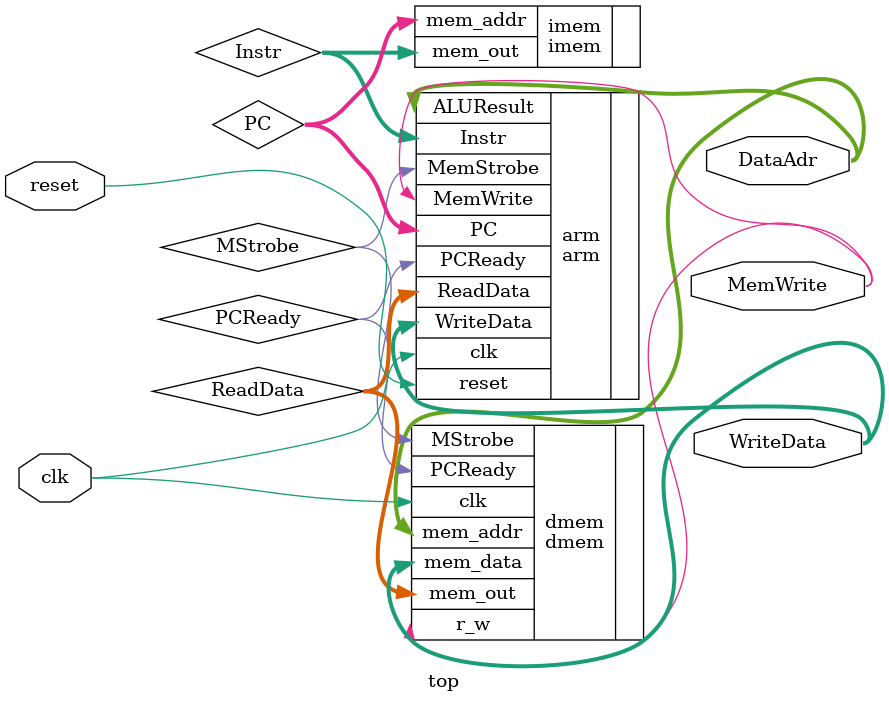
<source format=sv>
/*
 * Top level module for the arm_single processor simulation.
 *
 * Modeled to be like the version for the FPGA so the arm module can be drop-in
 * swapped into the Vivado project and things should "just werk".
 */

module top (input  logic        clk, reset, 
            output logic [31:0] WriteData, DataAdr, 
            output logic        MemWrite);

   logic [31:0] PC, Instr, ReadData;
   logic        PCReady, MStrobe;
   
   // instantiate processor and memories
   arm arm (.clk(clk),
            .reset(reset),
            .PC(PC),
            .Instr(Instr),
            .MemWrite(MemWrite),
            .ALUResult(DataAdr), 
            .WriteData(WriteData),
            .ReadData(ReadData),
            .MemStrobe(MStrobe),
            .PCReady(PCReady));

   imem imem (.mem_addr(PC),
              .mem_out(Instr));
   dmem dmem (.mem_out(ReadData),
              .r_w(MemWrite),
              .clk(clk),
              .mem_addr(DataAdr),
              .mem_data(WriteData),
              .MStrobe(MStrobe),
              .PCReady(PCReady));
   
endmodule // top

</source>
